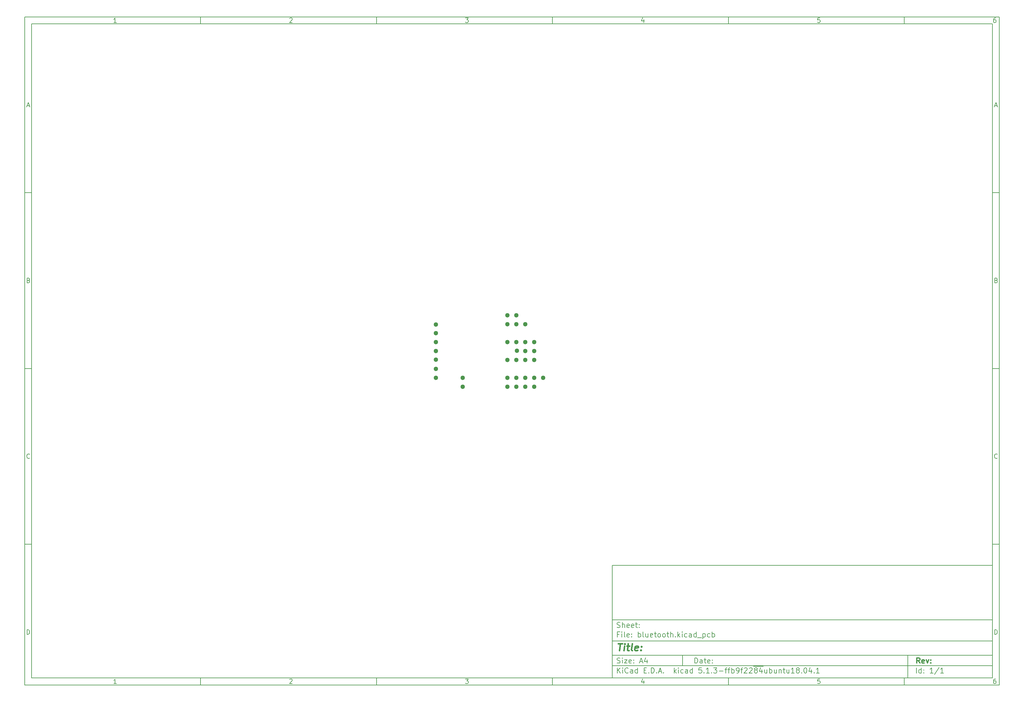
<source format=gbr>
%TF.GenerationSoftware,KiCad,Pcbnew,5.1.3-ffb9f22~84~ubuntu18.04.1*%
%TF.CreationDate,2019-07-25T20:13:38+03:00*%
%TF.ProjectId,bluetooth,626c7565-746f-46f7-9468-2e6b69636164,rev?*%
%TF.SameCoordinates,Original*%
%TF.FileFunction,Soldermask,Bot*%
%TF.FilePolarity,Negative*%
%FSLAX45Y45*%
G04 Gerber Fmt 4.5, Leading zero omitted, Abs format (unit mm)*
G04 Created by KiCad (PCBNEW 5.1.3-ffb9f22~84~ubuntu18.04.1) date 2019-07-25 20:13:38*
%MOMM*%
%LPD*%
G04 APERTURE LIST*
%ADD10C,0.100000*%
%ADD11C,0.150000*%
%ADD12C,0.300000*%
%ADD13C,0.400000*%
%ADD14C,1.300000*%
G04 APERTURE END LIST*
D10*
D11*
X17700220Y-16600720D02*
X17700220Y-19800720D01*
X28500220Y-19800720D01*
X28500220Y-16600720D01*
X17700220Y-16600720D01*
D10*
D11*
X1000000Y-1000000D02*
X1000000Y-20000720D01*
X28700220Y-20000720D01*
X28700220Y-1000000D01*
X1000000Y-1000000D01*
D10*
D11*
X1200000Y-1200000D02*
X1200000Y-19800720D01*
X28500220Y-19800720D01*
X28500220Y-1200000D01*
X1200000Y-1200000D01*
D10*
D11*
X6000000Y-1200000D02*
X6000000Y-1000000D01*
D10*
D11*
X11000000Y-1200000D02*
X11000000Y-1000000D01*
D10*
D11*
X16000000Y-1200000D02*
X16000000Y-1000000D01*
D10*
D11*
X21000000Y-1200000D02*
X21000000Y-1000000D01*
D10*
D11*
X26000000Y-1200000D02*
X26000000Y-1000000D01*
D10*
D11*
X3606548Y-1158810D02*
X3532262Y-1158810D01*
X3569405Y-1158810D02*
X3569405Y-1028809D01*
X3557024Y-1047381D01*
X3544643Y-1059762D01*
X3532262Y-1065952D01*
D10*
D11*
X8532262Y-1041190D02*
X8538452Y-1035000D01*
X8550833Y-1028809D01*
X8581786Y-1028809D01*
X8594167Y-1035000D01*
X8600357Y-1041190D01*
X8606548Y-1053571D01*
X8606548Y-1065952D01*
X8600357Y-1084524D01*
X8526071Y-1158810D01*
X8606548Y-1158810D01*
D10*
D11*
X13526071Y-1028809D02*
X13606548Y-1028809D01*
X13563214Y-1078333D01*
X13581786Y-1078333D01*
X13594167Y-1084524D01*
X13600357Y-1090714D01*
X13606548Y-1103095D01*
X13606548Y-1134048D01*
X13600357Y-1146429D01*
X13594167Y-1152619D01*
X13581786Y-1158810D01*
X13544643Y-1158810D01*
X13532262Y-1152619D01*
X13526071Y-1146429D01*
D10*
D11*
X18594167Y-1072143D02*
X18594167Y-1158810D01*
X18563214Y-1022619D02*
X18532262Y-1115476D01*
X18612738Y-1115476D01*
D10*
D11*
X23600357Y-1028809D02*
X23538452Y-1028809D01*
X23532262Y-1090714D01*
X23538452Y-1084524D01*
X23550833Y-1078333D01*
X23581786Y-1078333D01*
X23594167Y-1084524D01*
X23600357Y-1090714D01*
X23606548Y-1103095D01*
X23606548Y-1134048D01*
X23600357Y-1146429D01*
X23594167Y-1152619D01*
X23581786Y-1158810D01*
X23550833Y-1158810D01*
X23538452Y-1152619D01*
X23532262Y-1146429D01*
D10*
D11*
X28594167Y-1028809D02*
X28569405Y-1028809D01*
X28557024Y-1035000D01*
X28550833Y-1041190D01*
X28538452Y-1059762D01*
X28532262Y-1084524D01*
X28532262Y-1134048D01*
X28538452Y-1146429D01*
X28544643Y-1152619D01*
X28557024Y-1158810D01*
X28581786Y-1158810D01*
X28594167Y-1152619D01*
X28600357Y-1146429D01*
X28606548Y-1134048D01*
X28606548Y-1103095D01*
X28600357Y-1090714D01*
X28594167Y-1084524D01*
X28581786Y-1078333D01*
X28557024Y-1078333D01*
X28544643Y-1084524D01*
X28538452Y-1090714D01*
X28532262Y-1103095D01*
D10*
D11*
X6000000Y-19800720D02*
X6000000Y-20000720D01*
D10*
D11*
X11000000Y-19800720D02*
X11000000Y-20000720D01*
D10*
D11*
X16000000Y-19800720D02*
X16000000Y-20000720D01*
D10*
D11*
X21000000Y-19800720D02*
X21000000Y-20000720D01*
D10*
D11*
X26000000Y-19800720D02*
X26000000Y-20000720D01*
D10*
D11*
X3606548Y-19959530D02*
X3532262Y-19959530D01*
X3569405Y-19959530D02*
X3569405Y-19829530D01*
X3557024Y-19848101D01*
X3544643Y-19860482D01*
X3532262Y-19866672D01*
D10*
D11*
X8532262Y-19841910D02*
X8538452Y-19835720D01*
X8550833Y-19829530D01*
X8581786Y-19829530D01*
X8594167Y-19835720D01*
X8600357Y-19841910D01*
X8606548Y-19854291D01*
X8606548Y-19866672D01*
X8600357Y-19885244D01*
X8526071Y-19959530D01*
X8606548Y-19959530D01*
D10*
D11*
X13526071Y-19829530D02*
X13606548Y-19829530D01*
X13563214Y-19879053D01*
X13581786Y-19879053D01*
X13594167Y-19885244D01*
X13600357Y-19891434D01*
X13606548Y-19903815D01*
X13606548Y-19934768D01*
X13600357Y-19947149D01*
X13594167Y-19953339D01*
X13581786Y-19959530D01*
X13544643Y-19959530D01*
X13532262Y-19953339D01*
X13526071Y-19947149D01*
D10*
D11*
X18594167Y-19872863D02*
X18594167Y-19959530D01*
X18563214Y-19823339D02*
X18532262Y-19916196D01*
X18612738Y-19916196D01*
D10*
D11*
X23600357Y-19829530D02*
X23538452Y-19829530D01*
X23532262Y-19891434D01*
X23538452Y-19885244D01*
X23550833Y-19879053D01*
X23581786Y-19879053D01*
X23594167Y-19885244D01*
X23600357Y-19891434D01*
X23606548Y-19903815D01*
X23606548Y-19934768D01*
X23600357Y-19947149D01*
X23594167Y-19953339D01*
X23581786Y-19959530D01*
X23550833Y-19959530D01*
X23538452Y-19953339D01*
X23532262Y-19947149D01*
D10*
D11*
X28594167Y-19829530D02*
X28569405Y-19829530D01*
X28557024Y-19835720D01*
X28550833Y-19841910D01*
X28538452Y-19860482D01*
X28532262Y-19885244D01*
X28532262Y-19934768D01*
X28538452Y-19947149D01*
X28544643Y-19953339D01*
X28557024Y-19959530D01*
X28581786Y-19959530D01*
X28594167Y-19953339D01*
X28600357Y-19947149D01*
X28606548Y-19934768D01*
X28606548Y-19903815D01*
X28600357Y-19891434D01*
X28594167Y-19885244D01*
X28581786Y-19879053D01*
X28557024Y-19879053D01*
X28544643Y-19885244D01*
X28538452Y-19891434D01*
X28532262Y-19903815D01*
D10*
D11*
X1000000Y-6000000D02*
X1200000Y-6000000D01*
D10*
D11*
X1000000Y-11000000D02*
X1200000Y-11000000D01*
D10*
D11*
X1000000Y-16000000D02*
X1200000Y-16000000D01*
D10*
D11*
X1069048Y-3521667D02*
X1130952Y-3521667D01*
X1056667Y-3558809D02*
X1100000Y-3428809D01*
X1143333Y-3558809D01*
D10*
D11*
X1109286Y-8490714D02*
X1127857Y-8496905D01*
X1134048Y-8503095D01*
X1140238Y-8515476D01*
X1140238Y-8534048D01*
X1134048Y-8546429D01*
X1127857Y-8552619D01*
X1115476Y-8558810D01*
X1065952Y-8558810D01*
X1065952Y-8428810D01*
X1109286Y-8428810D01*
X1121667Y-8435000D01*
X1127857Y-8441190D01*
X1134048Y-8453571D01*
X1134048Y-8465952D01*
X1127857Y-8478333D01*
X1121667Y-8484524D01*
X1109286Y-8490714D01*
X1065952Y-8490714D01*
D10*
D11*
X1140238Y-13546428D02*
X1134048Y-13552619D01*
X1115476Y-13558809D01*
X1103095Y-13558809D01*
X1084524Y-13552619D01*
X1072143Y-13540238D01*
X1065952Y-13527857D01*
X1059762Y-13503095D01*
X1059762Y-13484524D01*
X1065952Y-13459762D01*
X1072143Y-13447381D01*
X1084524Y-13435000D01*
X1103095Y-13428809D01*
X1115476Y-13428809D01*
X1134048Y-13435000D01*
X1140238Y-13441190D01*
D10*
D11*
X1065952Y-18558810D02*
X1065952Y-18428810D01*
X1096905Y-18428810D01*
X1115476Y-18435000D01*
X1127857Y-18447381D01*
X1134048Y-18459762D01*
X1140238Y-18484524D01*
X1140238Y-18503095D01*
X1134048Y-18527857D01*
X1127857Y-18540238D01*
X1115476Y-18552619D01*
X1096905Y-18558810D01*
X1065952Y-18558810D01*
D10*
D11*
X28700220Y-6000000D02*
X28500220Y-6000000D01*
D10*
D11*
X28700220Y-11000000D02*
X28500220Y-11000000D01*
D10*
D11*
X28700220Y-16000000D02*
X28500220Y-16000000D01*
D10*
D11*
X28569268Y-3521667D02*
X28631172Y-3521667D01*
X28556887Y-3558809D02*
X28600220Y-3428809D01*
X28643553Y-3558809D01*
D10*
D11*
X28609506Y-8490714D02*
X28628077Y-8496905D01*
X28634268Y-8503095D01*
X28640458Y-8515476D01*
X28640458Y-8534048D01*
X28634268Y-8546429D01*
X28628077Y-8552619D01*
X28615696Y-8558810D01*
X28566172Y-8558810D01*
X28566172Y-8428810D01*
X28609506Y-8428810D01*
X28621887Y-8435000D01*
X28628077Y-8441190D01*
X28634268Y-8453571D01*
X28634268Y-8465952D01*
X28628077Y-8478333D01*
X28621887Y-8484524D01*
X28609506Y-8490714D01*
X28566172Y-8490714D01*
D10*
D11*
X28640458Y-13546428D02*
X28634268Y-13552619D01*
X28615696Y-13558809D01*
X28603315Y-13558809D01*
X28584744Y-13552619D01*
X28572363Y-13540238D01*
X28566172Y-13527857D01*
X28559982Y-13503095D01*
X28559982Y-13484524D01*
X28566172Y-13459762D01*
X28572363Y-13447381D01*
X28584744Y-13435000D01*
X28603315Y-13428809D01*
X28615696Y-13428809D01*
X28634268Y-13435000D01*
X28640458Y-13441190D01*
D10*
D11*
X28566172Y-18558810D02*
X28566172Y-18428810D01*
X28597125Y-18428810D01*
X28615696Y-18435000D01*
X28628077Y-18447381D01*
X28634268Y-18459762D01*
X28640458Y-18484524D01*
X28640458Y-18503095D01*
X28634268Y-18527857D01*
X28628077Y-18540238D01*
X28615696Y-18552619D01*
X28597125Y-18558810D01*
X28566172Y-18558810D01*
D10*
D11*
X20043434Y-19378577D02*
X20043434Y-19228577D01*
X20079149Y-19228577D01*
X20100577Y-19235720D01*
X20114863Y-19250006D01*
X20122006Y-19264291D01*
X20129149Y-19292863D01*
X20129149Y-19314291D01*
X20122006Y-19342863D01*
X20114863Y-19357149D01*
X20100577Y-19371434D01*
X20079149Y-19378577D01*
X20043434Y-19378577D01*
X20257720Y-19378577D02*
X20257720Y-19300006D01*
X20250577Y-19285720D01*
X20236291Y-19278577D01*
X20207720Y-19278577D01*
X20193434Y-19285720D01*
X20257720Y-19371434D02*
X20243434Y-19378577D01*
X20207720Y-19378577D01*
X20193434Y-19371434D01*
X20186291Y-19357149D01*
X20186291Y-19342863D01*
X20193434Y-19328577D01*
X20207720Y-19321434D01*
X20243434Y-19321434D01*
X20257720Y-19314291D01*
X20307720Y-19278577D02*
X20364863Y-19278577D01*
X20329149Y-19228577D02*
X20329149Y-19357149D01*
X20336291Y-19371434D01*
X20350577Y-19378577D01*
X20364863Y-19378577D01*
X20472006Y-19371434D02*
X20457720Y-19378577D01*
X20429149Y-19378577D01*
X20414863Y-19371434D01*
X20407720Y-19357149D01*
X20407720Y-19300006D01*
X20414863Y-19285720D01*
X20429149Y-19278577D01*
X20457720Y-19278577D01*
X20472006Y-19285720D01*
X20479149Y-19300006D01*
X20479149Y-19314291D01*
X20407720Y-19328577D01*
X20543434Y-19364291D02*
X20550577Y-19371434D01*
X20543434Y-19378577D01*
X20536291Y-19371434D01*
X20543434Y-19364291D01*
X20543434Y-19378577D01*
X20543434Y-19285720D02*
X20550577Y-19292863D01*
X20543434Y-19300006D01*
X20536291Y-19292863D01*
X20543434Y-19285720D01*
X20543434Y-19300006D01*
D10*
D11*
X17700220Y-19450720D02*
X28500220Y-19450720D01*
D10*
D11*
X17843434Y-19658577D02*
X17843434Y-19508577D01*
X17929149Y-19658577D02*
X17864863Y-19572863D01*
X17929149Y-19508577D02*
X17843434Y-19594291D01*
X17993434Y-19658577D02*
X17993434Y-19558577D01*
X17993434Y-19508577D02*
X17986291Y-19515720D01*
X17993434Y-19522863D01*
X18000577Y-19515720D01*
X17993434Y-19508577D01*
X17993434Y-19522863D01*
X18150577Y-19644291D02*
X18143434Y-19651434D01*
X18122006Y-19658577D01*
X18107720Y-19658577D01*
X18086291Y-19651434D01*
X18072006Y-19637149D01*
X18064863Y-19622863D01*
X18057720Y-19594291D01*
X18057720Y-19572863D01*
X18064863Y-19544291D01*
X18072006Y-19530006D01*
X18086291Y-19515720D01*
X18107720Y-19508577D01*
X18122006Y-19508577D01*
X18143434Y-19515720D01*
X18150577Y-19522863D01*
X18279149Y-19658577D02*
X18279149Y-19580006D01*
X18272006Y-19565720D01*
X18257720Y-19558577D01*
X18229149Y-19558577D01*
X18214863Y-19565720D01*
X18279149Y-19651434D02*
X18264863Y-19658577D01*
X18229149Y-19658577D01*
X18214863Y-19651434D01*
X18207720Y-19637149D01*
X18207720Y-19622863D01*
X18214863Y-19608577D01*
X18229149Y-19601434D01*
X18264863Y-19601434D01*
X18279149Y-19594291D01*
X18414863Y-19658577D02*
X18414863Y-19508577D01*
X18414863Y-19651434D02*
X18400577Y-19658577D01*
X18372006Y-19658577D01*
X18357720Y-19651434D01*
X18350577Y-19644291D01*
X18343434Y-19630006D01*
X18343434Y-19587149D01*
X18350577Y-19572863D01*
X18357720Y-19565720D01*
X18372006Y-19558577D01*
X18400577Y-19558577D01*
X18414863Y-19565720D01*
X18600577Y-19580006D02*
X18650577Y-19580006D01*
X18672006Y-19658577D02*
X18600577Y-19658577D01*
X18600577Y-19508577D01*
X18672006Y-19508577D01*
X18736291Y-19644291D02*
X18743434Y-19651434D01*
X18736291Y-19658577D01*
X18729149Y-19651434D01*
X18736291Y-19644291D01*
X18736291Y-19658577D01*
X18807720Y-19658577D02*
X18807720Y-19508577D01*
X18843434Y-19508577D01*
X18864863Y-19515720D01*
X18879149Y-19530006D01*
X18886291Y-19544291D01*
X18893434Y-19572863D01*
X18893434Y-19594291D01*
X18886291Y-19622863D01*
X18879149Y-19637149D01*
X18864863Y-19651434D01*
X18843434Y-19658577D01*
X18807720Y-19658577D01*
X18957720Y-19644291D02*
X18964863Y-19651434D01*
X18957720Y-19658577D01*
X18950577Y-19651434D01*
X18957720Y-19644291D01*
X18957720Y-19658577D01*
X19022006Y-19615720D02*
X19093434Y-19615720D01*
X19007720Y-19658577D02*
X19057720Y-19508577D01*
X19107720Y-19658577D01*
X19157720Y-19644291D02*
X19164863Y-19651434D01*
X19157720Y-19658577D01*
X19150577Y-19651434D01*
X19157720Y-19644291D01*
X19157720Y-19658577D01*
X19457720Y-19658577D02*
X19457720Y-19508577D01*
X19472006Y-19601434D02*
X19514863Y-19658577D01*
X19514863Y-19558577D02*
X19457720Y-19615720D01*
X19579149Y-19658577D02*
X19579149Y-19558577D01*
X19579149Y-19508577D02*
X19572006Y-19515720D01*
X19579149Y-19522863D01*
X19586291Y-19515720D01*
X19579149Y-19508577D01*
X19579149Y-19522863D01*
X19714863Y-19651434D02*
X19700577Y-19658577D01*
X19672006Y-19658577D01*
X19657720Y-19651434D01*
X19650577Y-19644291D01*
X19643434Y-19630006D01*
X19643434Y-19587149D01*
X19650577Y-19572863D01*
X19657720Y-19565720D01*
X19672006Y-19558577D01*
X19700577Y-19558577D01*
X19714863Y-19565720D01*
X19843434Y-19658577D02*
X19843434Y-19580006D01*
X19836291Y-19565720D01*
X19822006Y-19558577D01*
X19793434Y-19558577D01*
X19779149Y-19565720D01*
X19843434Y-19651434D02*
X19829149Y-19658577D01*
X19793434Y-19658577D01*
X19779149Y-19651434D01*
X19772006Y-19637149D01*
X19772006Y-19622863D01*
X19779149Y-19608577D01*
X19793434Y-19601434D01*
X19829149Y-19601434D01*
X19843434Y-19594291D01*
X19979149Y-19658577D02*
X19979149Y-19508577D01*
X19979149Y-19651434D02*
X19964863Y-19658577D01*
X19936291Y-19658577D01*
X19922006Y-19651434D01*
X19914863Y-19644291D01*
X19907720Y-19630006D01*
X19907720Y-19587149D01*
X19914863Y-19572863D01*
X19922006Y-19565720D01*
X19936291Y-19558577D01*
X19964863Y-19558577D01*
X19979149Y-19565720D01*
X20236291Y-19508577D02*
X20164863Y-19508577D01*
X20157720Y-19580006D01*
X20164863Y-19572863D01*
X20179149Y-19565720D01*
X20214863Y-19565720D01*
X20229149Y-19572863D01*
X20236291Y-19580006D01*
X20243434Y-19594291D01*
X20243434Y-19630006D01*
X20236291Y-19644291D01*
X20229149Y-19651434D01*
X20214863Y-19658577D01*
X20179149Y-19658577D01*
X20164863Y-19651434D01*
X20157720Y-19644291D01*
X20307720Y-19644291D02*
X20314863Y-19651434D01*
X20307720Y-19658577D01*
X20300577Y-19651434D01*
X20307720Y-19644291D01*
X20307720Y-19658577D01*
X20457720Y-19658577D02*
X20372006Y-19658577D01*
X20414863Y-19658577D02*
X20414863Y-19508577D01*
X20400577Y-19530006D01*
X20386291Y-19544291D01*
X20372006Y-19551434D01*
X20522006Y-19644291D02*
X20529149Y-19651434D01*
X20522006Y-19658577D01*
X20514863Y-19651434D01*
X20522006Y-19644291D01*
X20522006Y-19658577D01*
X20579149Y-19508577D02*
X20672006Y-19508577D01*
X20622006Y-19565720D01*
X20643434Y-19565720D01*
X20657720Y-19572863D01*
X20664863Y-19580006D01*
X20672006Y-19594291D01*
X20672006Y-19630006D01*
X20664863Y-19644291D01*
X20657720Y-19651434D01*
X20643434Y-19658577D01*
X20600577Y-19658577D01*
X20586291Y-19651434D01*
X20579149Y-19644291D01*
X20736291Y-19601434D02*
X20850577Y-19601434D01*
X20900577Y-19558577D02*
X20957720Y-19558577D01*
X20922006Y-19658577D02*
X20922006Y-19530006D01*
X20929149Y-19515720D01*
X20943434Y-19508577D01*
X20957720Y-19508577D01*
X20986291Y-19558577D02*
X21043434Y-19558577D01*
X21007720Y-19658577D02*
X21007720Y-19530006D01*
X21014863Y-19515720D01*
X21029149Y-19508577D01*
X21043434Y-19508577D01*
X21093434Y-19658577D02*
X21093434Y-19508577D01*
X21093434Y-19565720D02*
X21107720Y-19558577D01*
X21136291Y-19558577D01*
X21150577Y-19565720D01*
X21157720Y-19572863D01*
X21164863Y-19587149D01*
X21164863Y-19630006D01*
X21157720Y-19644291D01*
X21150577Y-19651434D01*
X21136291Y-19658577D01*
X21107720Y-19658577D01*
X21093434Y-19651434D01*
X21236291Y-19658577D02*
X21264863Y-19658577D01*
X21279149Y-19651434D01*
X21286291Y-19644291D01*
X21300577Y-19622863D01*
X21307720Y-19594291D01*
X21307720Y-19537149D01*
X21300577Y-19522863D01*
X21293434Y-19515720D01*
X21279149Y-19508577D01*
X21250577Y-19508577D01*
X21236291Y-19515720D01*
X21229149Y-19522863D01*
X21222006Y-19537149D01*
X21222006Y-19572863D01*
X21229149Y-19587149D01*
X21236291Y-19594291D01*
X21250577Y-19601434D01*
X21279149Y-19601434D01*
X21293434Y-19594291D01*
X21300577Y-19587149D01*
X21307720Y-19572863D01*
X21350577Y-19558577D02*
X21407720Y-19558577D01*
X21372006Y-19658577D02*
X21372006Y-19530006D01*
X21379149Y-19515720D01*
X21393434Y-19508577D01*
X21407720Y-19508577D01*
X21450577Y-19522863D02*
X21457720Y-19515720D01*
X21472006Y-19508577D01*
X21507720Y-19508577D01*
X21522006Y-19515720D01*
X21529149Y-19522863D01*
X21536291Y-19537149D01*
X21536291Y-19551434D01*
X21529149Y-19572863D01*
X21443434Y-19658577D01*
X21536291Y-19658577D01*
X21593434Y-19522863D02*
X21600577Y-19515720D01*
X21614863Y-19508577D01*
X21650577Y-19508577D01*
X21664863Y-19515720D01*
X21672006Y-19522863D01*
X21679149Y-19537149D01*
X21679149Y-19551434D01*
X21672006Y-19572863D01*
X21586291Y-19658577D01*
X21679149Y-19658577D01*
X21707720Y-19467720D02*
X21850577Y-19467720D01*
X21764863Y-19572863D02*
X21750577Y-19565720D01*
X21743434Y-19558577D01*
X21736291Y-19544291D01*
X21736291Y-19537149D01*
X21743434Y-19522863D01*
X21750577Y-19515720D01*
X21764863Y-19508577D01*
X21793434Y-19508577D01*
X21807720Y-19515720D01*
X21814863Y-19522863D01*
X21822006Y-19537149D01*
X21822006Y-19544291D01*
X21814863Y-19558577D01*
X21807720Y-19565720D01*
X21793434Y-19572863D01*
X21764863Y-19572863D01*
X21750577Y-19580006D01*
X21743434Y-19587149D01*
X21736291Y-19601434D01*
X21736291Y-19630006D01*
X21743434Y-19644291D01*
X21750577Y-19651434D01*
X21764863Y-19658577D01*
X21793434Y-19658577D01*
X21807720Y-19651434D01*
X21814863Y-19644291D01*
X21822006Y-19630006D01*
X21822006Y-19601434D01*
X21814863Y-19587149D01*
X21807720Y-19580006D01*
X21793434Y-19572863D01*
X21850577Y-19467720D02*
X21993434Y-19467720D01*
X21950577Y-19558577D02*
X21950577Y-19658577D01*
X21914863Y-19501434D02*
X21879149Y-19608577D01*
X21972006Y-19608577D01*
X22093434Y-19558577D02*
X22093434Y-19658577D01*
X22029149Y-19558577D02*
X22029149Y-19637149D01*
X22036291Y-19651434D01*
X22050577Y-19658577D01*
X22072006Y-19658577D01*
X22086291Y-19651434D01*
X22093434Y-19644291D01*
X22164863Y-19658577D02*
X22164863Y-19508577D01*
X22164863Y-19565720D02*
X22179149Y-19558577D01*
X22207720Y-19558577D01*
X22222006Y-19565720D01*
X22229149Y-19572863D01*
X22236291Y-19587149D01*
X22236291Y-19630006D01*
X22229149Y-19644291D01*
X22222006Y-19651434D01*
X22207720Y-19658577D01*
X22179149Y-19658577D01*
X22164863Y-19651434D01*
X22364863Y-19558577D02*
X22364863Y-19658577D01*
X22300577Y-19558577D02*
X22300577Y-19637149D01*
X22307720Y-19651434D01*
X22322006Y-19658577D01*
X22343434Y-19658577D01*
X22357720Y-19651434D01*
X22364863Y-19644291D01*
X22436291Y-19558577D02*
X22436291Y-19658577D01*
X22436291Y-19572863D02*
X22443434Y-19565720D01*
X22457720Y-19558577D01*
X22479148Y-19558577D01*
X22493434Y-19565720D01*
X22500577Y-19580006D01*
X22500577Y-19658577D01*
X22550577Y-19558577D02*
X22607720Y-19558577D01*
X22572006Y-19508577D02*
X22572006Y-19637149D01*
X22579148Y-19651434D01*
X22593434Y-19658577D01*
X22607720Y-19658577D01*
X22722006Y-19558577D02*
X22722006Y-19658577D01*
X22657720Y-19558577D02*
X22657720Y-19637149D01*
X22664863Y-19651434D01*
X22679148Y-19658577D01*
X22700577Y-19658577D01*
X22714863Y-19651434D01*
X22722006Y-19644291D01*
X22872006Y-19658577D02*
X22786291Y-19658577D01*
X22829148Y-19658577D02*
X22829148Y-19508577D01*
X22814863Y-19530006D01*
X22800577Y-19544291D01*
X22786291Y-19551434D01*
X22957720Y-19572863D02*
X22943434Y-19565720D01*
X22936291Y-19558577D01*
X22929148Y-19544291D01*
X22929148Y-19537149D01*
X22936291Y-19522863D01*
X22943434Y-19515720D01*
X22957720Y-19508577D01*
X22986291Y-19508577D01*
X23000577Y-19515720D01*
X23007720Y-19522863D01*
X23014863Y-19537149D01*
X23014863Y-19544291D01*
X23007720Y-19558577D01*
X23000577Y-19565720D01*
X22986291Y-19572863D01*
X22957720Y-19572863D01*
X22943434Y-19580006D01*
X22936291Y-19587149D01*
X22929148Y-19601434D01*
X22929148Y-19630006D01*
X22936291Y-19644291D01*
X22943434Y-19651434D01*
X22957720Y-19658577D01*
X22986291Y-19658577D01*
X23000577Y-19651434D01*
X23007720Y-19644291D01*
X23014863Y-19630006D01*
X23014863Y-19601434D01*
X23007720Y-19587149D01*
X23000577Y-19580006D01*
X22986291Y-19572863D01*
X23079148Y-19644291D02*
X23086291Y-19651434D01*
X23079148Y-19658577D01*
X23072006Y-19651434D01*
X23079148Y-19644291D01*
X23079148Y-19658577D01*
X23179148Y-19508577D02*
X23193434Y-19508577D01*
X23207720Y-19515720D01*
X23214863Y-19522863D01*
X23222006Y-19537149D01*
X23229148Y-19565720D01*
X23229148Y-19601434D01*
X23222006Y-19630006D01*
X23214863Y-19644291D01*
X23207720Y-19651434D01*
X23193434Y-19658577D01*
X23179148Y-19658577D01*
X23164863Y-19651434D01*
X23157720Y-19644291D01*
X23150577Y-19630006D01*
X23143434Y-19601434D01*
X23143434Y-19565720D01*
X23150577Y-19537149D01*
X23157720Y-19522863D01*
X23164863Y-19515720D01*
X23179148Y-19508577D01*
X23357720Y-19558577D02*
X23357720Y-19658577D01*
X23322006Y-19501434D02*
X23286291Y-19608577D01*
X23379148Y-19608577D01*
X23436291Y-19644291D02*
X23443434Y-19651434D01*
X23436291Y-19658577D01*
X23429148Y-19651434D01*
X23436291Y-19644291D01*
X23436291Y-19658577D01*
X23586291Y-19658577D02*
X23500577Y-19658577D01*
X23543434Y-19658577D02*
X23543434Y-19508577D01*
X23529148Y-19530006D01*
X23514863Y-19544291D01*
X23500577Y-19551434D01*
D10*
D11*
X17700220Y-19150720D02*
X28500220Y-19150720D01*
D10*
D12*
X26441148Y-19378577D02*
X26391148Y-19307149D01*
X26355434Y-19378577D02*
X26355434Y-19228577D01*
X26412577Y-19228577D01*
X26426863Y-19235720D01*
X26434006Y-19242863D01*
X26441148Y-19257149D01*
X26441148Y-19278577D01*
X26434006Y-19292863D01*
X26426863Y-19300006D01*
X26412577Y-19307149D01*
X26355434Y-19307149D01*
X26562577Y-19371434D02*
X26548291Y-19378577D01*
X26519720Y-19378577D01*
X26505434Y-19371434D01*
X26498291Y-19357149D01*
X26498291Y-19300006D01*
X26505434Y-19285720D01*
X26519720Y-19278577D01*
X26548291Y-19278577D01*
X26562577Y-19285720D01*
X26569720Y-19300006D01*
X26569720Y-19314291D01*
X26498291Y-19328577D01*
X26619720Y-19278577D02*
X26655434Y-19378577D01*
X26691148Y-19278577D01*
X26748291Y-19364291D02*
X26755434Y-19371434D01*
X26748291Y-19378577D01*
X26741148Y-19371434D01*
X26748291Y-19364291D01*
X26748291Y-19378577D01*
X26748291Y-19285720D02*
X26755434Y-19292863D01*
X26748291Y-19300006D01*
X26741148Y-19292863D01*
X26748291Y-19285720D01*
X26748291Y-19300006D01*
D10*
D11*
X17836291Y-19371434D02*
X17857720Y-19378577D01*
X17893434Y-19378577D01*
X17907720Y-19371434D01*
X17914863Y-19364291D01*
X17922006Y-19350006D01*
X17922006Y-19335720D01*
X17914863Y-19321434D01*
X17907720Y-19314291D01*
X17893434Y-19307149D01*
X17864863Y-19300006D01*
X17850577Y-19292863D01*
X17843434Y-19285720D01*
X17836291Y-19271434D01*
X17836291Y-19257149D01*
X17843434Y-19242863D01*
X17850577Y-19235720D01*
X17864863Y-19228577D01*
X17900577Y-19228577D01*
X17922006Y-19235720D01*
X17986291Y-19378577D02*
X17986291Y-19278577D01*
X17986291Y-19228577D02*
X17979149Y-19235720D01*
X17986291Y-19242863D01*
X17993434Y-19235720D01*
X17986291Y-19228577D01*
X17986291Y-19242863D01*
X18043434Y-19278577D02*
X18122006Y-19278577D01*
X18043434Y-19378577D01*
X18122006Y-19378577D01*
X18236291Y-19371434D02*
X18222006Y-19378577D01*
X18193434Y-19378577D01*
X18179149Y-19371434D01*
X18172006Y-19357149D01*
X18172006Y-19300006D01*
X18179149Y-19285720D01*
X18193434Y-19278577D01*
X18222006Y-19278577D01*
X18236291Y-19285720D01*
X18243434Y-19300006D01*
X18243434Y-19314291D01*
X18172006Y-19328577D01*
X18307720Y-19364291D02*
X18314863Y-19371434D01*
X18307720Y-19378577D01*
X18300577Y-19371434D01*
X18307720Y-19364291D01*
X18307720Y-19378577D01*
X18307720Y-19285720D02*
X18314863Y-19292863D01*
X18307720Y-19300006D01*
X18300577Y-19292863D01*
X18307720Y-19285720D01*
X18307720Y-19300006D01*
X18486291Y-19335720D02*
X18557720Y-19335720D01*
X18472006Y-19378577D02*
X18522006Y-19228577D01*
X18572006Y-19378577D01*
X18686291Y-19278577D02*
X18686291Y-19378577D01*
X18650577Y-19221434D02*
X18614863Y-19328577D01*
X18707720Y-19328577D01*
D10*
D11*
X26343434Y-19658577D02*
X26343434Y-19508577D01*
X26479148Y-19658577D02*
X26479148Y-19508577D01*
X26479148Y-19651434D02*
X26464863Y-19658577D01*
X26436291Y-19658577D01*
X26422006Y-19651434D01*
X26414863Y-19644291D01*
X26407720Y-19630006D01*
X26407720Y-19587149D01*
X26414863Y-19572863D01*
X26422006Y-19565720D01*
X26436291Y-19558577D01*
X26464863Y-19558577D01*
X26479148Y-19565720D01*
X26550577Y-19644291D02*
X26557720Y-19651434D01*
X26550577Y-19658577D01*
X26543434Y-19651434D01*
X26550577Y-19644291D01*
X26550577Y-19658577D01*
X26550577Y-19565720D02*
X26557720Y-19572863D01*
X26550577Y-19580006D01*
X26543434Y-19572863D01*
X26550577Y-19565720D01*
X26550577Y-19580006D01*
X26814863Y-19658577D02*
X26729148Y-19658577D01*
X26772006Y-19658577D02*
X26772006Y-19508577D01*
X26757720Y-19530006D01*
X26743434Y-19544291D01*
X26729148Y-19551434D01*
X26986291Y-19501434D02*
X26857720Y-19694291D01*
X27114863Y-19658577D02*
X27029148Y-19658577D01*
X27072006Y-19658577D02*
X27072006Y-19508577D01*
X27057720Y-19530006D01*
X27043434Y-19544291D01*
X27029148Y-19551434D01*
D10*
D11*
X17700220Y-18750720D02*
X28500220Y-18750720D01*
D10*
D13*
X17871458Y-18821196D02*
X17985744Y-18821196D01*
X17903601Y-19021196D02*
X17928601Y-18821196D01*
X18027410Y-19021196D02*
X18044077Y-18887863D01*
X18052410Y-18821196D02*
X18041696Y-18830720D01*
X18050030Y-18840244D01*
X18060744Y-18830720D01*
X18052410Y-18821196D01*
X18050030Y-18840244D01*
X18110744Y-18887863D02*
X18186934Y-18887863D01*
X18147649Y-18821196D02*
X18126220Y-18992625D01*
X18133363Y-19011672D01*
X18151220Y-19021196D01*
X18170268Y-19021196D01*
X18265506Y-19021196D02*
X18247649Y-19011672D01*
X18240506Y-18992625D01*
X18261934Y-18821196D01*
X18419077Y-19011672D02*
X18398839Y-19021196D01*
X18360744Y-19021196D01*
X18342887Y-19011672D01*
X18335744Y-18992625D01*
X18345268Y-18916434D01*
X18357172Y-18897387D01*
X18377410Y-18887863D01*
X18415506Y-18887863D01*
X18433363Y-18897387D01*
X18440506Y-18916434D01*
X18438125Y-18935482D01*
X18340506Y-18954530D01*
X18515506Y-19002149D02*
X18523839Y-19011672D01*
X18513125Y-19021196D01*
X18504791Y-19011672D01*
X18515506Y-19002149D01*
X18513125Y-19021196D01*
X18528601Y-18897387D02*
X18536934Y-18906910D01*
X18526220Y-18916434D01*
X18517887Y-18906910D01*
X18528601Y-18897387D01*
X18526220Y-18916434D01*
D10*
D11*
X17893434Y-18560006D02*
X17843434Y-18560006D01*
X17843434Y-18638577D02*
X17843434Y-18488577D01*
X17914863Y-18488577D01*
X17972006Y-18638577D02*
X17972006Y-18538577D01*
X17972006Y-18488577D02*
X17964863Y-18495720D01*
X17972006Y-18502863D01*
X17979149Y-18495720D01*
X17972006Y-18488577D01*
X17972006Y-18502863D01*
X18064863Y-18638577D02*
X18050577Y-18631434D01*
X18043434Y-18617149D01*
X18043434Y-18488577D01*
X18179149Y-18631434D02*
X18164863Y-18638577D01*
X18136291Y-18638577D01*
X18122006Y-18631434D01*
X18114863Y-18617149D01*
X18114863Y-18560006D01*
X18122006Y-18545720D01*
X18136291Y-18538577D01*
X18164863Y-18538577D01*
X18179149Y-18545720D01*
X18186291Y-18560006D01*
X18186291Y-18574291D01*
X18114863Y-18588577D01*
X18250577Y-18624291D02*
X18257720Y-18631434D01*
X18250577Y-18638577D01*
X18243434Y-18631434D01*
X18250577Y-18624291D01*
X18250577Y-18638577D01*
X18250577Y-18545720D02*
X18257720Y-18552863D01*
X18250577Y-18560006D01*
X18243434Y-18552863D01*
X18250577Y-18545720D01*
X18250577Y-18560006D01*
X18436291Y-18638577D02*
X18436291Y-18488577D01*
X18436291Y-18545720D02*
X18450577Y-18538577D01*
X18479149Y-18538577D01*
X18493434Y-18545720D01*
X18500577Y-18552863D01*
X18507720Y-18567149D01*
X18507720Y-18610006D01*
X18500577Y-18624291D01*
X18493434Y-18631434D01*
X18479149Y-18638577D01*
X18450577Y-18638577D01*
X18436291Y-18631434D01*
X18593434Y-18638577D02*
X18579149Y-18631434D01*
X18572006Y-18617149D01*
X18572006Y-18488577D01*
X18714863Y-18538577D02*
X18714863Y-18638577D01*
X18650577Y-18538577D02*
X18650577Y-18617149D01*
X18657720Y-18631434D01*
X18672006Y-18638577D01*
X18693434Y-18638577D01*
X18707720Y-18631434D01*
X18714863Y-18624291D01*
X18843434Y-18631434D02*
X18829149Y-18638577D01*
X18800577Y-18638577D01*
X18786291Y-18631434D01*
X18779149Y-18617149D01*
X18779149Y-18560006D01*
X18786291Y-18545720D01*
X18800577Y-18538577D01*
X18829149Y-18538577D01*
X18843434Y-18545720D01*
X18850577Y-18560006D01*
X18850577Y-18574291D01*
X18779149Y-18588577D01*
X18893434Y-18538577D02*
X18950577Y-18538577D01*
X18914863Y-18488577D02*
X18914863Y-18617149D01*
X18922006Y-18631434D01*
X18936291Y-18638577D01*
X18950577Y-18638577D01*
X19022006Y-18638577D02*
X19007720Y-18631434D01*
X19000577Y-18624291D01*
X18993434Y-18610006D01*
X18993434Y-18567149D01*
X19000577Y-18552863D01*
X19007720Y-18545720D01*
X19022006Y-18538577D01*
X19043434Y-18538577D01*
X19057720Y-18545720D01*
X19064863Y-18552863D01*
X19072006Y-18567149D01*
X19072006Y-18610006D01*
X19064863Y-18624291D01*
X19057720Y-18631434D01*
X19043434Y-18638577D01*
X19022006Y-18638577D01*
X19157720Y-18638577D02*
X19143434Y-18631434D01*
X19136291Y-18624291D01*
X19129149Y-18610006D01*
X19129149Y-18567149D01*
X19136291Y-18552863D01*
X19143434Y-18545720D01*
X19157720Y-18538577D01*
X19179149Y-18538577D01*
X19193434Y-18545720D01*
X19200577Y-18552863D01*
X19207720Y-18567149D01*
X19207720Y-18610006D01*
X19200577Y-18624291D01*
X19193434Y-18631434D01*
X19179149Y-18638577D01*
X19157720Y-18638577D01*
X19250577Y-18538577D02*
X19307720Y-18538577D01*
X19272006Y-18488577D02*
X19272006Y-18617149D01*
X19279149Y-18631434D01*
X19293434Y-18638577D01*
X19307720Y-18638577D01*
X19357720Y-18638577D02*
X19357720Y-18488577D01*
X19422006Y-18638577D02*
X19422006Y-18560006D01*
X19414863Y-18545720D01*
X19400577Y-18538577D01*
X19379149Y-18538577D01*
X19364863Y-18545720D01*
X19357720Y-18552863D01*
X19493434Y-18624291D02*
X19500577Y-18631434D01*
X19493434Y-18638577D01*
X19486291Y-18631434D01*
X19493434Y-18624291D01*
X19493434Y-18638577D01*
X19564863Y-18638577D02*
X19564863Y-18488577D01*
X19579149Y-18581434D02*
X19622006Y-18638577D01*
X19622006Y-18538577D02*
X19564863Y-18595720D01*
X19686291Y-18638577D02*
X19686291Y-18538577D01*
X19686291Y-18488577D02*
X19679149Y-18495720D01*
X19686291Y-18502863D01*
X19693434Y-18495720D01*
X19686291Y-18488577D01*
X19686291Y-18502863D01*
X19822006Y-18631434D02*
X19807720Y-18638577D01*
X19779149Y-18638577D01*
X19764863Y-18631434D01*
X19757720Y-18624291D01*
X19750577Y-18610006D01*
X19750577Y-18567149D01*
X19757720Y-18552863D01*
X19764863Y-18545720D01*
X19779149Y-18538577D01*
X19807720Y-18538577D01*
X19822006Y-18545720D01*
X19950577Y-18638577D02*
X19950577Y-18560006D01*
X19943434Y-18545720D01*
X19929149Y-18538577D01*
X19900577Y-18538577D01*
X19886291Y-18545720D01*
X19950577Y-18631434D02*
X19936291Y-18638577D01*
X19900577Y-18638577D01*
X19886291Y-18631434D01*
X19879149Y-18617149D01*
X19879149Y-18602863D01*
X19886291Y-18588577D01*
X19900577Y-18581434D01*
X19936291Y-18581434D01*
X19950577Y-18574291D01*
X20086291Y-18638577D02*
X20086291Y-18488577D01*
X20086291Y-18631434D02*
X20072006Y-18638577D01*
X20043434Y-18638577D01*
X20029149Y-18631434D01*
X20022006Y-18624291D01*
X20014863Y-18610006D01*
X20014863Y-18567149D01*
X20022006Y-18552863D01*
X20029149Y-18545720D01*
X20043434Y-18538577D01*
X20072006Y-18538577D01*
X20086291Y-18545720D01*
X20122006Y-18652863D02*
X20236291Y-18652863D01*
X20272006Y-18538577D02*
X20272006Y-18688577D01*
X20272006Y-18545720D02*
X20286291Y-18538577D01*
X20314863Y-18538577D01*
X20329149Y-18545720D01*
X20336291Y-18552863D01*
X20343434Y-18567149D01*
X20343434Y-18610006D01*
X20336291Y-18624291D01*
X20329149Y-18631434D01*
X20314863Y-18638577D01*
X20286291Y-18638577D01*
X20272006Y-18631434D01*
X20472006Y-18631434D02*
X20457720Y-18638577D01*
X20429149Y-18638577D01*
X20414863Y-18631434D01*
X20407720Y-18624291D01*
X20400577Y-18610006D01*
X20400577Y-18567149D01*
X20407720Y-18552863D01*
X20414863Y-18545720D01*
X20429149Y-18538577D01*
X20457720Y-18538577D01*
X20472006Y-18545720D01*
X20536291Y-18638577D02*
X20536291Y-18488577D01*
X20536291Y-18545720D02*
X20550577Y-18538577D01*
X20579149Y-18538577D01*
X20593434Y-18545720D01*
X20600577Y-18552863D01*
X20607720Y-18567149D01*
X20607720Y-18610006D01*
X20600577Y-18624291D01*
X20593434Y-18631434D01*
X20579149Y-18638577D01*
X20550577Y-18638577D01*
X20536291Y-18631434D01*
D10*
D11*
X17700220Y-18150720D02*
X28500220Y-18150720D01*
D10*
D11*
X17836291Y-18361434D02*
X17857720Y-18368577D01*
X17893434Y-18368577D01*
X17907720Y-18361434D01*
X17914863Y-18354291D01*
X17922006Y-18340006D01*
X17922006Y-18325720D01*
X17914863Y-18311434D01*
X17907720Y-18304291D01*
X17893434Y-18297149D01*
X17864863Y-18290006D01*
X17850577Y-18282863D01*
X17843434Y-18275720D01*
X17836291Y-18261434D01*
X17836291Y-18247149D01*
X17843434Y-18232863D01*
X17850577Y-18225720D01*
X17864863Y-18218577D01*
X17900577Y-18218577D01*
X17922006Y-18225720D01*
X17986291Y-18368577D02*
X17986291Y-18218577D01*
X18050577Y-18368577D02*
X18050577Y-18290006D01*
X18043434Y-18275720D01*
X18029149Y-18268577D01*
X18007720Y-18268577D01*
X17993434Y-18275720D01*
X17986291Y-18282863D01*
X18179149Y-18361434D02*
X18164863Y-18368577D01*
X18136291Y-18368577D01*
X18122006Y-18361434D01*
X18114863Y-18347149D01*
X18114863Y-18290006D01*
X18122006Y-18275720D01*
X18136291Y-18268577D01*
X18164863Y-18268577D01*
X18179149Y-18275720D01*
X18186291Y-18290006D01*
X18186291Y-18304291D01*
X18114863Y-18318577D01*
X18307720Y-18361434D02*
X18293434Y-18368577D01*
X18264863Y-18368577D01*
X18250577Y-18361434D01*
X18243434Y-18347149D01*
X18243434Y-18290006D01*
X18250577Y-18275720D01*
X18264863Y-18268577D01*
X18293434Y-18268577D01*
X18307720Y-18275720D01*
X18314863Y-18290006D01*
X18314863Y-18304291D01*
X18243434Y-18318577D01*
X18357720Y-18268577D02*
X18414863Y-18268577D01*
X18379149Y-18218577D02*
X18379149Y-18347149D01*
X18386291Y-18361434D01*
X18400577Y-18368577D01*
X18414863Y-18368577D01*
X18464863Y-18354291D02*
X18472006Y-18361434D01*
X18464863Y-18368577D01*
X18457720Y-18361434D01*
X18464863Y-18354291D01*
X18464863Y-18368577D01*
X18464863Y-18275720D02*
X18472006Y-18282863D01*
X18464863Y-18290006D01*
X18457720Y-18282863D01*
X18464863Y-18275720D01*
X18464863Y-18290006D01*
D10*
D11*
X19700220Y-19150720D02*
X19700220Y-19450720D01*
D10*
D11*
X26100220Y-19150720D02*
X26100220Y-19800720D01*
D14*
%TO.C,U102*%
X14719181Y-10243419D03*
%TD*%
%TO.C,U26*%
X13449181Y-11519419D03*
%TD*%
%TO.C,U8*%
X13449181Y-11265419D03*
%TD*%
%TO.C,U33*%
X14719181Y-11265419D03*
%TD*%
%TO.C,U31*%
X15481181Y-10757419D03*
%TD*%
%TO.C,U25*%
X15222181Y-11513419D03*
%TD*%
%TO.C,U20*%
X15222181Y-10497419D03*
%TD*%
%TO.C,U19*%
X14719181Y-9741419D03*
%TD*%
%TO.C,U32*%
X14973181Y-11519419D03*
%TD*%
%TO.C,U30*%
X15227181Y-11265419D03*
%TD*%
%TO.C,U29*%
X14719181Y-11519419D03*
%TD*%
%TO.C,U28*%
X15476181Y-11513419D03*
%TD*%
%TO.C,U27*%
X15476181Y-10497419D03*
%TD*%
%TO.C,U24*%
X15735181Y-11265419D03*
%TD*%
%TO.C,U23*%
X15481181Y-10249419D03*
%TD*%
%TO.C,U102*%
X14968181Y-10243419D03*
%TD*%
%TO.C,U21*%
X14968181Y-11259419D03*
%TD*%
%TO.C,U18*%
X14991181Y-10494419D03*
%TD*%
%TO.C,U17*%
X15222181Y-10751419D03*
%TD*%
%TO.C,U16*%
X14968181Y-9735419D03*
%TD*%
%TO.C,U15*%
X14714181Y-9481419D03*
%TD*%
%TO.C,U14*%
X14714181Y-10751419D03*
%TD*%
%TO.C,U13*%
X15222181Y-10243419D03*
%TD*%
%TO.C,U12*%
X14968181Y-9481419D03*
%TD*%
%TO.C,U11*%
X14968181Y-10751419D03*
%TD*%
%TO.C,U10*%
X15222181Y-9735419D03*
%TD*%
%TO.C,U9*%
X15476181Y-11259419D03*
%TD*%
%TO.C,U7*%
X12687181Y-11265419D03*
%TD*%
%TO.C,U6*%
X12682181Y-10497419D03*
%TD*%
%TO.C,U5*%
X12687181Y-11011419D03*
%TD*%
%TO.C,U4*%
X12687181Y-10249419D03*
%TD*%
%TO.C,U3*%
X12682181Y-9989419D03*
%TD*%
%TO.C,U2*%
X12687181Y-10749419D03*
%TD*%
%TO.C,U1*%
X12687181Y-9749419D03*
%TD*%
M02*

</source>
